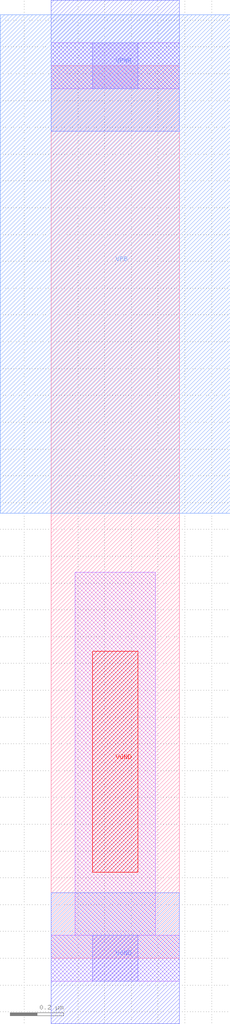
<source format=lef>
# Copyright 2020 The SkyWater PDK Authors
#
# Licensed under the Apache License, Version 2.0 (the "License");
# you may not use this file except in compliance with the License.
# You may obtain a copy of the License at
#
#     https://www.apache.org/licenses/LICENSE-2.0
#
# Unless required by applicable law or agreed to in writing, software
# distributed under the License is distributed on an "AS IS" BASIS,
# WITHOUT WARRANTIES OR CONDITIONS OF ANY KIND, either express or implied.
# See the License for the specific language governing permissions and
# limitations under the License.
#
# SPDX-License-Identifier: Apache-2.0

VERSION 5.7 ;
  NOWIREEXTENSIONATPIN ON ;
  DIVIDERCHAR "/" ;
  BUSBITCHARS "[]" ;
MACRO sky130_fd_sc_ls__tapvgndnovpb_1
  CLASS CORE WELLTAP ;
  FOREIGN sky130_fd_sc_ls__tapvgndnovpb_1 ;
  ORIGIN  0.000000  0.000000 ;
  SIZE  0.480000 BY  3.330000 ;
  SYMMETRY X Y R90 ;
  SITE unit ;
  PIN VGND
    DIRECTION INOUT ;
    SHAPE ABUTMENT ;
    USE GROUND ;
    PORT
      LAYER met1 ;
        RECT 0.000000 -0.245000 0.480000 0.245000 ;
      LAYER pwell ;
        RECT 0.155000 0.320000 0.325000 1.145000 ;
    END
  END VGND
  PIN VPB
    DIRECTION INOUT ;
    USE POWER ;
    PORT
      LAYER nwell ;
        RECT -0.190000 1.660000 0.670000 3.520000 ;
    END
  END VPB
  PIN VPWR
    DIRECTION INOUT ;
    SHAPE ABUTMENT ;
    USE POWER ;
    PORT
      LAYER met1 ;
        RECT 0.000000 3.085000 0.480000 3.575000 ;
    END
  END VPWR
  OBS
    LAYER li1 ;
      RECT 0.000000 -0.085000 0.480000 0.085000 ;
      RECT 0.000000  3.245000 0.480000 3.415000 ;
      RECT 0.090000  0.085000 0.390000 1.440000 ;
    LAYER mcon ;
      RECT 0.155000 -0.085000 0.325000 0.085000 ;
      RECT 0.155000  3.245000 0.325000 3.415000 ;
  END
END sky130_fd_sc_ls__tapvgndnovpb_1
END LIBRARY

</source>
